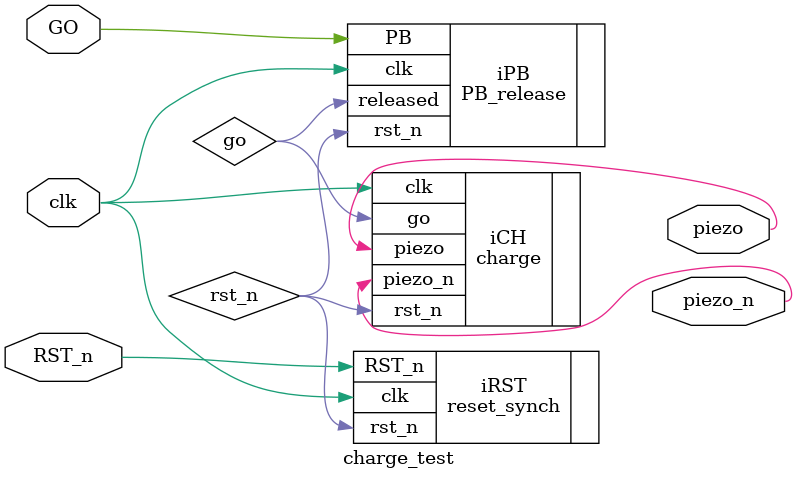
<source format=sv>
module charge_test(
    input  clk,
    input  RST_n,
    input  GO,
    output piezo,
    output piezo_n
);
    // internal signals
    logic rst_n, go;

    // instantiate test modules
    charge #(.FAST_SIM(0)) iCH(
        .clk(clk),
        .rst_n(rst_n),
        .go(go),
        .piezo(piezo),
        .piezo_n(piezo_n)
    );

    PB_release iPB(
        .clk(clk),
        .rst_n(rst_n),
        .PB(GO),
        .released(go)
    );

    reset_synch iRST(
        .clk(clk),
        .RST_n(RST_n),
        .rst_n(rst_n)
    );
    
endmodule
</source>
